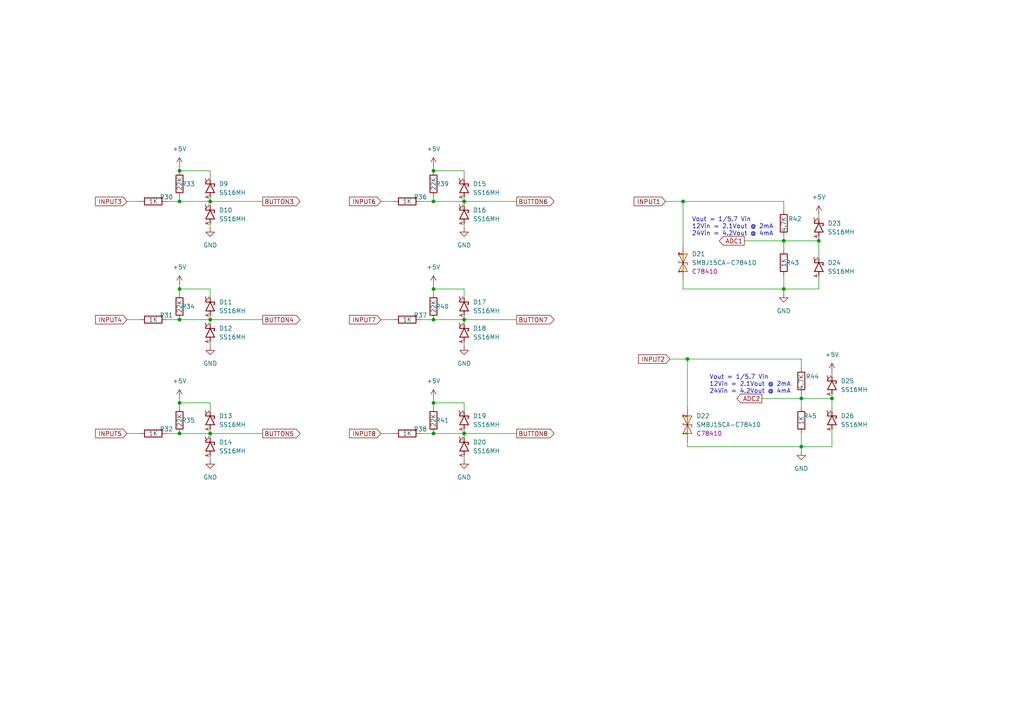
<source format=kicad_sch>
(kicad_sch (version 20211123) (generator eeschema)
  (paper "A4")
  (lib_symbols
    (symbol "Device:R" (pin_numbers hide) (pin_names (offset 0))
      (property "Reference" "R" (at 2.032 0 90))
      (property "Value" "R" (at 0 0 90))
      (symbol "R_0_1"
        (rectangle (start -1.016 -2.54) (end 1.016 2.54) (stroke (width 0.254)))
      )
      (symbol "R_1_1"
        (pin passive line (at 0 3.81 270) (length 1.27) (name "~") (number "1"))
        (pin passive line (at 0 -3.81 90) (length 1.27) (name "~") (number "2"))
      )
    )
    (symbol "Schematic:B16WS" (pin_names hide)
      (property "Reference" "D" (at 0 -1.27 0))
      (property "Value" "B16WS" (at 0 -5.08 90))
      (symbol "B16WS_0_0"
        (polyline (pts (xy -2.54 0) (xy -1.27 0)) (stroke (width 0.254)))
        (polyline (pts (xy -1.27 -1.27) (xy 1.27 0)) (stroke (width 0.254)))
        (polyline (pts (xy -1.27 0) (xy -1.27 -1.27)) (stroke (width 0.254)))
        (polyline (pts (xy -1.27 1.27) (xy -1.27 0)) (stroke (width 0.254)))
        (polyline (pts (xy 0.635 -1.016) (xy 0.635 -1.27)) (stroke (width 0.254)))
        (polyline (pts (xy 1.27 -1.27) (xy 0.635 -1.27)) (stroke (width 0.254)))
        (polyline (pts (xy 1.27 0) (xy -1.27 1.27)) (stroke (width 0.254)))
        (polyline (pts (xy 1.27 0) (xy 1.27 -1.27)) (stroke (width 0.254)))
        (polyline (pts (xy 1.27 1.27) (xy 1.27 0)) (stroke (width 0.254)))
        (polyline (pts (xy 1.905 1.27) (xy 1.27 1.27)) (stroke (width 0.254)))
        (polyline (pts (xy 1.905 1.27) (xy 1.905 1.016)) (stroke (width 0.254)))
        (polyline (pts (xy 2.54 0) (xy 1.27 0)) (stroke (width 0.254)))
        (pin passive line (at -2.54 0 0) (length 0) (name "~") (number "A"))
        (pin passive line (at 2.54 0 180) (length 0) (name "~") (number "C"))
      )
    )
    (symbol "Schematic:SMBJ15CA-C78410" (pin_names hide)
      (property "Reference" "D" (at 0 1.27 0))
      (property "Value" "SMBJ15CA-C78410" (at 0 -2.54 0))
      (property "LCSC" "C78410" (at 0 0 0))
      (symbol "SMBJ15CA-C78410_0_0"
        (polyline (pts (xy 0 -1.27) (xy -0.762 -1.27)))
        (polyline (pts (xy 0 0) (xy 0 -1.27)))
        (polyline (pts (xy 0 1.27) (xy 0 0)))
        (polyline (pts (xy 0.508 1.27) (xy 0 1.27)))
        (polyline (pts (xy -2.54 -1.27) (xy 0 0) (xy -2.54 1.27) (xy -2.54 -1.27)) (fill (type background)))
        (polyline (pts (xy 2.54 -1.27) (xy 0 0) (xy 2.54 1.27) (xy 2.54 -1.27)) (fill (type background)))
        (pin unspecified line (at -5.08 0 0) (length 5.08) (name "1") (number "1"))
        (pin unspecified line (at 5.08 0 180) (length 5.08) (name "2") (number "2"))
      )
    )
    (symbol "power:+5V" (power) (pin_names (offset 0))
      (property "Value" "+5V" (at 0 3.556 0))
      (symbol "+5V_0_1"
        (polyline (pts (xy -0.762 1.27) (xy 0 2.54)))
        (polyline (pts (xy 0 0) (xy 0 2.54)))
        (polyline (pts (xy 0 2.54) (xy 0.762 1.27)))
      )
      (symbol "+5V_1_1"
        (pin power_in line (at 0 0 90) (length 0) hide (name "+5V") (number "1"))
      )
    )
    (symbol "power:GND" (power) (pin_names (offset 0))
      (property "Value" "GND" (at 0 -3.81 0))
      (symbol "GND_0_1"
        (polyline (pts (xy 0 0) (xy 0 -1.27) (xy 1.27 -1.27) (xy 0 -2.54) (xy -1.27 -1.27) (xy 0 -1.27)))
      )
      (symbol "GND_1_1"
        (pin power_in line (at 0 0 270) (length 0) hide (name "GND") (number "1"))
      )
    )
  )
  (junction (at 60.96 125.73))
  (junction (at 125.73 83.82))
  (junction (at 227.33 83.82))
  (junction (at 241.3 115.57))
  (junction (at 125.73 92.71))
  (junction (at 232.41 129.54))
  (junction (at 227.33 69.85))
  (junction (at 198.12 58.42))
  (junction (at 60.96 58.42))
  (junction (at 52.07 58.42))
  (junction (at 237.49 69.85))
  (junction (at 125.73 125.73))
  (junction (at 52.07 116.84))
  (junction (at 52.07 92.71))
  (junction (at 52.07 83.82))
  (junction (at 125.73 58.42))
  (junction (at 134.62 125.73))
  (junction (at 134.62 92.71))
  (junction (at 232.41 115.57))
  (junction (at 199.39 104.14))
  (junction (at 134.62 58.42))
  (junction (at 125.73 49.53))
  (junction (at 60.96 92.71))
  (junction (at 52.07 125.73))
  (junction (at 125.73 116.84))
  (junction (at 52.07 49.53))
  (wire (pts (xy 232.41 129.54) (xy 232.41 130.81)))
  (wire (pts (xy 125.73 48.26) (xy 125.73 49.53)))
  (wire (pts (xy 134.62 58.42) (xy 134.62 59.69)))
  (wire (pts (xy 199.39 118.11) (xy 199.39 104.14)))
  (wire (pts (xy 52.07 57.15) (xy 52.07 58.42)))
  (wire (pts (xy 36.83 92.71) (xy 40.64 92.71)))
  (wire (pts (xy 134.62 125.73) (xy 134.62 127)))
  (wire (pts (xy 198.12 81.28) (xy 198.12 83.82)))
  (wire (pts (xy 60.96 116.84) (xy 60.96 119.38)))
  (wire (pts (xy 60.96 92.71) (xy 60.96 93.98)))
  (wire (pts (xy 121.92 125.73) (xy 125.73 125.73)))
  (wire (pts (xy 134.62 64.77) (xy 134.62 66.04)))
  (wire (pts (xy 48.26 125.73) (xy 52.07 125.73)))
  (wire (pts (xy 134.62 57.15) (xy 134.62 58.42)))
  (wire (pts (xy 134.62 132.08) (xy 134.62 133.35)))
  (wire (pts (xy 48.26 58.42) (xy 52.07 58.42)))
  (wire (pts (xy 227.33 69.85) (xy 237.49 69.85)))
  (wire (pts (xy 232.41 114.3) (xy 232.41 115.57)))
  (wire (pts (xy 125.73 83.82) (xy 125.73 85.09)))
  (wire (pts (xy 232.41 115.57) (xy 232.41 118.11)))
  (wire (pts (xy 52.07 116.84) (xy 60.96 116.84)))
  (wire (pts (xy 232.41 115.57) (xy 241.3 115.57)))
  (wire (pts (xy 232.41 104.14) (xy 232.41 106.68)))
  (wire (pts (xy 60.96 92.71) (xy 76.2 92.71)))
  (wire (pts (xy 121.92 92.71) (xy 125.73 92.71)))
  (wire (pts (xy 227.33 69.85) (xy 227.33 72.39)))
  (wire (pts (xy 125.73 92.71) (xy 134.62 92.71)))
  (wire (pts (xy 237.49 68.58) (xy 237.49 69.85)))
  (wire (pts (xy 227.33 83.82) (xy 227.33 85.09)))
  (wire (pts (xy 60.96 49.53) (xy 60.96 52.07)))
  (wire (pts (xy 125.73 83.82) (xy 134.62 83.82)))
  (wire (pts (xy 60.96 57.15) (xy 60.96 58.42)))
  (wire (pts (xy 134.62 92.71) (xy 149.86 92.71)))
  (wire (pts (xy 52.07 83.82) (xy 52.07 85.09)))
  (wire (pts (xy 60.96 58.42) (xy 60.96 59.69)))
  (wire (pts (xy 237.49 80.01) (xy 237.49 83.82)))
  (wire (pts (xy 125.73 116.84) (xy 134.62 116.84)))
  (wire (pts (xy 237.49 69.85) (xy 237.49 74.93)))
  (wire (pts (xy 125.73 125.73) (xy 134.62 125.73)))
  (wire (pts (xy 125.73 49.53) (xy 134.62 49.53)))
  (wire (pts (xy 52.07 58.42) (xy 60.96 58.42)))
  (wire (pts (xy 198.12 83.82) (xy 227.33 83.82)))
  (wire (pts (xy 134.62 92.71) (xy 134.62 93.98)))
  (wire (pts (xy 199.39 129.54) (xy 232.41 129.54)))
  (wire (pts (xy 60.96 132.08) (xy 60.96 133.35)))
  (wire (pts (xy 134.62 124.46) (xy 134.62 125.73)))
  (wire (pts (xy 110.49 125.73) (xy 114.3 125.73)))
  (wire (pts (xy 227.33 68.58) (xy 227.33 69.85)))
  (wire (pts (xy 134.62 58.42) (xy 149.86 58.42)))
  (wire (pts (xy 36.83 125.73) (xy 40.64 125.73)))
  (wire (pts (xy 52.07 83.82) (xy 60.96 83.82)))
  (wire (pts (xy 52.07 116.84) (xy 52.07 118.11)))
  (wire (pts (xy 125.73 82.55) (xy 125.73 83.82)))
  (wire (pts (xy 125.73 115.57) (xy 125.73 116.84)))
  (wire (pts (xy 198.12 58.42) (xy 227.33 58.42)))
  (wire (pts (xy 60.96 125.73) (xy 60.96 127)))
  (wire (pts (xy 110.49 92.71) (xy 114.3 92.71)))
  (wire (pts (xy 134.62 125.73) (xy 149.86 125.73)))
  (wire (pts (xy 60.96 83.82) (xy 60.96 86.36)))
  (wire (pts (xy 110.49 58.42) (xy 114.3 58.42)))
  (wire (pts (xy 198.12 71.12) (xy 198.12 58.42)))
  (wire (pts (xy 60.96 64.77) (xy 60.96 66.04)))
  (wire (pts (xy 215.9 69.85) (xy 227.33 69.85)))
  (wire (pts (xy 241.3 115.57) (xy 241.3 119.38)))
  (wire (pts (xy 241.3 109.22) (xy 241.3 107.95)))
  (wire (pts (xy 193.04 58.42) (xy 198.12 58.42)))
  (wire (pts (xy 125.73 57.15) (xy 125.73 58.42)))
  (wire (pts (xy 227.33 58.42) (xy 227.33 60.96)))
  (wire (pts (xy 199.39 104.14) (xy 232.41 104.14)))
  (wire (pts (xy 134.62 83.82) (xy 134.62 86.36)))
  (wire (pts (xy 194.31 104.14) (xy 199.39 104.14)))
  (wire (pts (xy 60.96 99.06) (xy 60.96 100.33)))
  (wire (pts (xy 241.3 114.3) (xy 241.3 115.57)))
  (wire (pts (xy 60.96 91.44) (xy 60.96 92.71)))
  (wire (pts (xy 227.33 80.01) (xy 227.33 83.82)))
  (wire (pts (xy 60.96 58.42) (xy 76.2 58.42)))
  (wire (pts (xy 52.07 49.53) (xy 60.96 49.53)))
  (wire (pts (xy 52.07 125.73) (xy 60.96 125.73)))
  (wire (pts (xy 199.39 128.27) (xy 199.39 129.54)))
  (wire (pts (xy 134.62 91.44) (xy 134.62 92.71)))
  (wire (pts (xy 60.96 125.73) (xy 76.2 125.73)))
  (wire (pts (xy 220.98 115.57) (xy 232.41 115.57)))
  (wire (pts (xy 52.07 92.71) (xy 60.96 92.71)))
  (wire (pts (xy 52.07 82.55) (xy 52.07 83.82)))
  (wire (pts (xy 232.41 125.73) (xy 232.41 129.54)))
  (wire (pts (xy 121.92 58.42) (xy 125.73 58.42)))
  (wire (pts (xy 237.49 63.5) (xy 237.49 62.23)))
  (wire (pts (xy 52.07 115.57) (xy 52.07 116.84)))
  (wire (pts (xy 125.73 116.84) (xy 125.73 118.11)))
  (wire (pts (xy 241.3 124.46) (xy 241.3 129.54)))
  (wire (pts (xy 134.62 116.84) (xy 134.62 119.38)))
  (wire (pts (xy 232.41 129.54) (xy 241.3 129.54)))
  (wire (pts (xy 134.62 99.06) (xy 134.62 100.33)))
  (wire (pts (xy 60.96 124.46) (xy 60.96 125.73)))
  (wire (pts (xy 52.07 48.26) (xy 52.07 49.53)))
  (wire (pts (xy 134.62 49.53) (xy 134.62 52.07)))
  (wire (pts (xy 36.83 58.42) (xy 40.64 58.42)))
  (wire (pts (xy 227.33 83.82) (xy 237.49 83.82)))
  (wire (pts (xy 48.26 92.71) (xy 52.07 92.71)))
  (wire (pts (xy 125.73 58.42) (xy 134.62 58.42)))
  (text "Vout = 1/5.7 Vin\n12Vin = 2.1Vout @ 2mA\n24Vin = 4.2Vout @ 4mA" (at 205.74 114.3 0) (effects (font (size 1.27 1.27)) (justify left bottom)))
  (text "Vout = 1/5.7 Vin\n12Vin = 2.1Vout @ 2mA\n24Vin = 4.2Vout @ 4mA" (at 200.66 68.58 0) (effects (font (size 1.27 1.27)) (justify left bottom)))
  (global_label "INPUT7" (shape input) (at 110.49 92.71 180) (property "Intersheet References" "${INTERSHEET_REFS}" (effects hide)))
  (global_label "INPUT2" (shape input) (at 194.31 104.14 180) (property "Intersheet References" "${INTERSHEET_REFS}" (effects hide)))
  (global_label "BUTTON7" (shape output) (at 149.86 92.71 0) (property "Intersheet References" "${INTERSHEET_REFS}" (effects hide)))
  (global_label "ADC2" (shape output) (at 220.98 115.57 180) (property "Intersheet References" "${INTERSHEET_REFS}" (effects hide)))
  (global_label "BUTTON3" (shape output) (at 76.2 58.42 0) (property "Intersheet References" "${INTERSHEET_REFS}" (effects hide)))
  (global_label "INPUT6" (shape input) (at 110.49 58.42 180) (property "Intersheet References" "${INTERSHEET_REFS}" (effects hide)))
  (global_label "BUTTON6" (shape output) (at 149.86 58.42 0) (property "Intersheet References" "${INTERSHEET_REFS}" (effects hide)))
  (global_label "ADC1" (shape output) (at 215.9 69.85 180) (property "Intersheet References" "${INTERSHEET_REFS}" (effects hide)))
  (global_label "BUTTON8" (shape output) (at 149.86 125.73 0) (property "Intersheet References" "${INTERSHEET_REFS}" (effects hide)))
  (global_label "INPUT5" (shape input) (at 36.83 125.73 180) (property "Intersheet References" "${INTERSHEET_REFS}" (effects hide)))
  (global_label "INPUT8" (shape input) (at 110.49 125.73 180) (property "Intersheet References" "${INTERSHEET_REFS}" (effects hide)))
  (global_label "BUTTON5" (shape output) (at 76.2 125.73 0) (property "Intersheet References" "${INTERSHEET_REFS}" (effects hide)))
  (global_label "INPUT1" (shape input) (at 193.04 58.42 180) (property "Intersheet References" "${INTERSHEET_REFS}" (effects hide)))
  (global_label "BUTTON4" (shape output) (at 76.2 92.71 0) (property "Intersheet References" "${INTERSHEET_REFS}" (effects hide)))
  (global_label "INPUT3" (shape input) (at 36.83 58.42 180) (property "Intersheet References" "${INTERSHEET_REFS}" (effects hide)))
  (global_label "INPUT4" (shape input) (at 36.83 92.71 180) (property "Intersheet References" "${INTERSHEET_REFS}" (effects hide)))
  (symbol (lib_id "Device:R") (at 118.11 125.73 90) (unit 1)
    (property "Reference" "R38" (at 121.92 124.46 90))
    (property "Value" "1K" (at 118.11 125.73 90))
    (property "Footprint" "Resistor_SMD:R_0805_2012Metric" (effects hide))
    (property "PN" "RMCF0805JT1K00" (effects hide))
  )
  (symbol (lib_id "Device:R") (at 44.45 58.42 90) (unit 1)
    (property "Reference" "R30" (at 48.26 57.15 90))
    (property "Value" "1K" (at 44.45 58.42 90))
    (property "Footprint" "Resistor_SMD:R_0805_2012Metric" (effects hide))
    (property "PN" "RMCF0805JT1K00" (effects hide))
  )
  (symbol (lib_id "Schematic:B16WS") (at 241.3 121.92 90) (unit 1)
    (property "Reference" "D26" (at 243.84 120.6499 90) (effects (justify right)))
    (property "Value" "SS16MH" (at 243.84 123.1899 90) (effects (justify right)))
    (property "Footprint" "Footprints:SOD-323_L1.8-W1.3-LS2.5-RD" (effects hide))
    (property "Datasheet" "https://item.szlcsc.com/295156.html" (effects hide))
    (property "LCSC" "C364278" (effects hide))
  )
  (symbol (lib_id "power:GND") (at 227.33 85.09 0) (unit 1)
    (property "Reference" "#PWR078" (effects hide))
    (property "Value" "GND" (at 227.33 90.17 0))
  )
  (symbol (lib_id "Schematic:B16WS") (at 134.62 88.9 90) (unit 1)
    (property "Reference" "D17" (at 137.16 87.6299 90) (effects (justify right)))
    (property "Value" "SS16MH" (at 137.16 90.1699 90) (effects (justify right)))
    (property "Footprint" "Footprints:SOD-323_L1.8-W1.3-LS2.5-RD" (effects hide))
    (property "Datasheet" "https://item.szlcsc.com/295156.html" (effects hide))
    (property "LCSC" "C364278" (effects hide))
  )
  (symbol (lib_id "Schematic:B16WS") (at 60.96 121.92 90) (unit 1)
    (property "Reference" "D13" (at 63.5 120.6499 90) (effects (justify right)))
    (property "Value" "SS16MH" (at 63.5 123.1899 90) (effects (justify right)))
    (property "Footprint" "Footprints:SOD-323_L1.8-W1.3-LS2.5-RD" (effects hide))
    (property "Datasheet" "https://item.szlcsc.com/295156.html" (effects hide))
    (property "LCSC" "C364278" (effects hide))
  )
  (symbol (lib_id "Schematic:B16WS") (at 60.96 129.54 90) (unit 1)
    (property "Reference" "D14" (at 63.5 128.2699 90) (effects (justify right)))
    (property "Value" "SS16MH" (at 63.5 130.8099 90) (effects (justify right)))
    (property "Footprint" "Footprints:SOD-323_L1.8-W1.3-LS2.5-RD" (effects hide))
    (property "Datasheet" "https://item.szlcsc.com/295156.html" (effects hide))
    (property "LCSC" "C364278" (effects hide))
  )
  (symbol (lib_id "Schematic:B16WS") (at 134.62 62.23 90) (unit 1)
    (property "Reference" "D16" (at 137.16 60.9599 90) (effects (justify right)))
    (property "Value" "SS16MH" (at 137.16 63.4999 90) (effects (justify right)))
    (property "Footprint" "Footprints:SOD-323_L1.8-W1.3-LS2.5-RD" (effects hide))
    (property "Datasheet" "https://item.szlcsc.com/295156.html" (effects hide))
    (property "LCSC" "C364278" (effects hide))
  )
  (symbol (lib_id "Schematic:B16WS") (at 237.49 77.47 90) (unit 1)
    (property "Reference" "D24" (at 240.03 76.1999 90) (effects (justify right)))
    (property "Value" "SS16MH" (at 240.03 78.7399 90) (effects (justify right)))
    (property "Footprint" "Footprints:SOD-323_L1.8-W1.3-LS2.5-RD" (effects hide))
    (property "Datasheet" "https://item.szlcsc.com/295156.html" (effects hide))
    (property "LCSC" "C364278" (effects hide))
  )
  (symbol (lib_id "Device:R") (at 44.45 125.73 90) (unit 1)
    (property "Reference" "R32" (at 48.26 124.46 90))
    (property "Value" "1K" (at 44.45 125.73 90))
    (property "Footprint" "Resistor_SMD:R_0805_2012Metric" (effects hide))
    (property "PN" "RMCF0805JT1K00" (effects hide))
  )
  (symbol (lib_id "Device:R") (at 227.33 76.2 180) (unit 1)
    (property "Reference" "R43" (at 229.87 76.2 0))
    (property "Value" "1K" (at 227.33 76.2 90))
    (property "Footprint" "Resistor_SMD:R_0805_2012Metric" (effects hide))
    (property "PN" "RMCF0805JT1K00" (effects hide))
  )
  (symbol (lib_id "Schematic:B16WS") (at 60.96 62.23 90) (unit 1)
    (property "Reference" "D10" (at 63.5 60.9599 90) (effects (justify right)))
    (property "Value" "SS16MH" (at 63.5 63.4999 90) (effects (justify right)))
    (property "Footprint" "Footprints:SOD-323_L1.8-W1.3-LS2.5-RD" (effects hide))
    (property "Datasheet" "https://item.szlcsc.com/295156.html" (effects hide))
    (property "LCSC" "C364278" (effects hide))
  )
  (symbol (lib_id "power:GND") (at 134.62 133.35 0) (unit 1)
    (property "Reference" "#PWR077" (effects hide))
    (property "Value" "GND" (at 134.62 138.43 0))
  )
  (symbol (lib_id "power:+5V") (at 241.3 107.95 0) (unit 1)
    (property "Reference" "#PWR081" (effects hide))
    (property "Value" "+5V" (at 241.3 102.87 0))
  )
  (symbol (lib_id "Device:R") (at 232.41 121.92 180) (unit 1)
    (property "Reference" "R45" (at 234.95 120.65 0))
    (property "Value" "1K" (at 232.41 121.92 90))
    (property "Footprint" "Resistor_SMD:R_0805_2012Metric" (effects hide))
    (property "PN" "RMCF0805JT1K00" (effects hide))
  )
  (symbol (lib_id "Device:R") (at 118.11 92.71 90) (unit 1)
    (property "Reference" "R37" (at 121.92 91.44 90))
    (property "Value" "1K" (at 118.11 92.71 90))
    (property "Footprint" "Resistor_SMD:R_0805_2012Metric" (effects hide))
    (property "PN" "RMCF0805JT1K00" (effects hide))
  )
  (symbol (lib_id "power:+5V") (at 52.07 115.57 0) (unit 1)
    (property "Reference" "#PWR068" (effects hide))
    (property "Value" "+5V" (at 52.07 110.49 0))
  )
  (symbol (lib_id "Schematic:SMBJ15CA-C78410") (at 199.39 123.19 90) (unit 1)
    (property "Reference" "D22" (at 201.93 120.6499 90) (effects (justify right)))
    (property "Value" "SMBJ15CA-C78410" (at 201.93 123.1899 90) (effects (justify right)))
    (property "Footprint" "Footprints:SMB_L4.6-W3.6-LS5.3-BI" (effects hide))
    (property "Datasheet" "https://item.szlcsc.com/301378.html" (effects hide))
    (property "LCSC" "C78410" (at 201.93 125.7299 90) (effects (justify right)))
  )
  (symbol (lib_id "power:GND") (at 60.96 100.33 0) (unit 1)
    (property "Reference" "#PWR070" (effects hide))
    (property "Value" "GND" (at 60.96 105.41 0))
  )
  (symbol (lib_id "Schematic:B16WS") (at 134.62 129.54 90) (unit 1)
    (property "Reference" "D20" (at 137.16 128.2699 90) (effects (justify right)))
    (property "Value" "SS16MH" (at 137.16 130.8099 90) (effects (justify right)))
    (property "Footprint" "Footprints:SOD-323_L1.8-W1.3-LS2.5-RD" (effects hide))
    (property "Datasheet" "https://item.szlcsc.com/295156.html" (effects hide))
    (property "LCSC" "C364278" (effects hide))
  )
  (symbol (lib_id "Schematic:B16WS") (at 60.96 88.9 90) (unit 1)
    (property "Reference" "D11" (at 63.5 87.6299 90) (effects (justify right)))
    (property "Value" "SS16MH" (at 63.5 90.1699 90) (effects (justify right)))
    (property "Footprint" "Footprints:SOD-323_L1.8-W1.3-LS2.5-RD" (effects hide))
    (property "Datasheet" "https://item.szlcsc.com/295156.html" (effects hide))
    (property "LCSC" "C364278" (effects hide))
  )
  (symbol (lib_id "Schematic:B16WS") (at 134.62 54.61 90) (unit 1)
    (property "Reference" "D15" (at 137.16 53.3399 90) (effects (justify right)))
    (property "Value" "SS16MH" (at 137.16 55.8799 90) (effects (justify right)))
    (property "Footprint" "Footprints:SOD-323_L1.8-W1.3-LS2.5-RD" (effects hide))
    (property "Datasheet" "https://item.szlcsc.com/295156.html" (effects hide))
    (property "LCSC" "C364278" (effects hide))
  )
  (symbol (lib_id "power:GND") (at 134.62 100.33 0) (unit 1)
    (property "Reference" "#PWR076" (effects hide))
    (property "Value" "GND" (at 134.62 105.41 0))
  )
  (symbol (lib_id "Device:R") (at 125.73 88.9 0) (unit 1)
    (property "Reference" "R40" (at 128.27 88.9 0))
    (property "Value" "22K" (at 125.73 88.9 90))
    (property "Footprint" "Resistor_SMD:R_0805_2012Metric" (effects hide))
    (property "PN" "RMCF0805JT22K0" (effects hide))
  )
  (symbol (lib_id "power:+5V") (at 125.73 115.57 0) (unit 1)
    (property "Reference" "#PWR074" (effects hide))
    (property "Value" "+5V" (at 125.73 110.49 0))
  )
  (symbol (lib_id "Device:R") (at 44.45 92.71 90) (unit 1)
    (property "Reference" "R31" (at 48.26 91.44 90))
    (property "Value" "1K" (at 44.45 92.71 90))
    (property "Footprint" "Resistor_SMD:R_0805_2012Metric" (effects hide))
    (property "PN" "RMCF0805JT1K00" (effects hide))
  )
  (symbol (lib_id "power:+5V") (at 237.49 62.23 0) (unit 1)
    (property "Reference" "#PWR080" (effects hide))
    (property "Value" "+5V" (at 237.49 57.15 0))
  )
  (symbol (lib_id "Schematic:B16WS") (at 60.96 54.61 90) (unit 1)
    (property "Reference" "D9" (at 63.5 53.3399 90) (effects (justify right)))
    (property "Value" "SS16MH" (at 63.5 55.8799 90) (effects (justify right)))
    (property "Footprint" "Footprints:SOD-323_L1.8-W1.3-LS2.5-RD" (effects hide))
    (property "Datasheet" "https://item.szlcsc.com/295156.html" (effects hide))
    (property "LCSC" "C364278" (effects hide))
  )
  (symbol (lib_id "Device:R") (at 232.41 110.49 0) (unit 1)
    (property "Reference" "R44" (at 233.68 109.22 0) (effects (justify left)))
    (property "Value" "4.7K" (at 232.41 113.03 90) (effects (justify left)))
    (property "Footprint" "Resistor_SMD:R_0805_2012Metric" (effects hide))
    (property "PN" "RMCF0805JT4K70" (effects hide))
  )
  (symbol (lib_id "Schematic:B16WS") (at 237.49 66.04 90) (unit 1)
    (property "Reference" "D23" (at 240.03 64.7699 90) (effects (justify right)))
    (property "Value" "SS16MH" (at 240.03 67.3099 90) (effects (justify right)))
    (property "Footprint" "Footprints:SOD-323_L1.8-W1.3-LS2.5-RD" (effects hide))
    (property "Datasheet" "https://item.szlcsc.com/295156.html" (effects hide))
    (property "LCSC" "C364278" (effects hide))
  )
  (symbol (lib_id "Device:R") (at 125.73 53.34 0) (unit 1)
    (property "Reference" "R39" (at 128.27 53.34 0))
    (property "Value" "22K" (at 125.73 53.34 90))
    (property "Footprint" "Resistor_SMD:R_0805_2012Metric" (effects hide))
    (property "PN" "RMCF0805JT22K0" (effects hide))
  )
  (symbol (lib_id "Device:R") (at 52.07 88.9 0) (unit 1)
    (property "Reference" "R34" (at 54.61 88.9 0))
    (property "Value" "22K" (at 52.07 88.9 90))
    (property "Footprint" "Resistor_SMD:R_0805_2012Metric" (effects hide))
    (property "PN" "RMCF0805JT22K0" (effects hide))
  )
  (symbol (lib_id "power:+5V") (at 52.07 82.55 0) (unit 1)
    (property "Reference" "#PWR067" (effects hide))
    (property "Value" "+5V" (at 52.07 77.47 0))
  )
  (symbol (lib_id "Schematic:SMBJ15CA-C78410") (at 198.12 76.2 90) (unit 1)
    (property "Reference" "D21" (at 200.66 73.6599 90) (effects (justify right)))
    (property "Value" "SMBJ15CA-C78410" (at 200.66 76.1999 90) (effects (justify right)))
    (property "Footprint" "Footprints:SMB_L4.6-W3.6-LS5.3-BI" (effects hide))
    (property "Datasheet" "https://item.szlcsc.com/301378.html" (effects hide))
    (property "LCSC" "C78410" (at 200.66 78.7399 90) (effects (justify right)))
  )
  (symbol (lib_id "Device:R") (at 52.07 53.34 0) (unit 1)
    (property "Reference" "R33" (at 54.61 53.34 0))
    (property "Value" "22K" (at 52.07 53.34 90))
    (property "Footprint" "Resistor_SMD:R_0805_2012Metric" (effects hide))
    (property "PN" "RMCF0805JT22K0" (effects hide))
  )
  (symbol (lib_id "Device:R") (at 227.33 64.77 0) (unit 1)
    (property "Reference" "R42" (at 228.6 63.5 0) (effects (justify left)))
    (property "Value" "4.7K" (at 227.33 67.31 90) (effects (justify left)))
    (property "Footprint" "Resistor_SMD:R_0805_2012Metric" (effects hide))
    (property "PN" "RMCF0805JT4K70" (effects hide))
  )
  (symbol (lib_id "power:GND") (at 232.41 130.81 0) (unit 1)
    (property "Reference" "#PWR079" (effects hide))
    (property "Value" "GND" (at 232.41 135.89 0))
  )
  (symbol (lib_id "power:GND") (at 134.62 66.04 0) (unit 1)
    (property "Reference" "#PWR075" (effects hide))
    (property "Value" "GND" (at 134.62 71.12 0))
  )
  (symbol (lib_id "Schematic:B16WS") (at 241.3 111.76 90) (unit 1)
    (property "Reference" "D25" (at 243.84 110.4899 90) (effects (justify right)))
    (property "Value" "SS16MH" (at 243.84 113.0299 90) (effects (justify right)))
    (property "Footprint" "Footprints:SOD-323_L1.8-W1.3-LS2.5-RD" (effects hide))
    (property "Datasheet" "https://item.szlcsc.com/295156.html" (effects hide))
    (property "LCSC" "C364278" (effects hide))
  )
  (symbol (lib_id "power:GND") (at 60.96 66.04 0) (unit 1)
    (property "Reference" "#PWR069" (effects hide))
    (property "Value" "GND" (at 60.96 71.12 0))
  )
  (symbol (lib_id "power:+5V") (at 125.73 82.55 0) (unit 1)
    (property "Reference" "#PWR073" (effects hide))
    (property "Value" "+5V" (at 125.73 77.47 0))
  )
  (symbol (lib_id "Device:R") (at 52.07 121.92 0) (unit 1)
    (property "Reference" "R35" (at 54.61 121.92 0))
    (property "Value" "22K" (at 52.07 121.92 90))
    (property "Footprint" "Resistor_SMD:R_0805_2012Metric" (effects hide))
    (property "PN" "RMCF0805JT22K0" (effects hide))
  )
  (symbol (lib_id "Schematic:B16WS") (at 134.62 96.52 90) (unit 1)
    (property "Reference" "D18" (at 137.16 95.2499 90) (effects (justify right)))
    (property "Value" "SS16MH" (at 137.16 97.7899 90) (effects (justify right)))
    (property "Footprint" "Footprints:SOD-323_L1.8-W1.3-LS2.5-RD" (effects hide))
    (property "Datasheet" "https://item.szlcsc.com/295156.html" (effects hide))
    (property "LCSC" "C364278" (effects hide))
  )
  (symbol (lib_id "Schematic:B16WS") (at 134.62 121.92 90) (unit 1)
    (property "Reference" "D19" (at 137.16 120.6499 90) (effects (justify right)))
    (property "Value" "SS16MH" (at 137.16 123.1899 90) (effects (justify right)))
    (property "Footprint" "Footprints:SOD-323_L1.8-W1.3-LS2.5-RD" (effects hide))
    (property "Datasheet" "https://item.szlcsc.com/295156.html" (effects hide))
    (property "LCSC" "C364278" (effects hide))
  )
  (symbol (lib_id "power:GND") (at 60.96 133.35 0) (unit 1)
    (property "Reference" "#PWR071" (effects hide))
    (property "Value" "GND" (at 60.96 138.43 0))
  )
  (symbol (lib_id "power:+5V") (at 52.07 48.26 0) (unit 1)
    (property "Reference" "#PWR066" (effects hide))
    (property "Value" "+5V" (at 52.07 43.18 0))
  )
  (symbol (lib_id "power:+5V") (at 125.73 48.26 0) (unit 1)
    (property "Reference" "#PWR072" (effects hide))
    (property "Value" "+5V" (at 125.73 43.18 0))
  )
  (symbol (lib_id "Device:R") (at 125.73 121.92 0) (unit 1)
    (property "Reference" "R41" (at 128.27 121.92 0))
    (property "Value" "22K" (at 125.73 121.92 90))
    (property "Footprint" "Resistor_SMD:R_0805_2012Metric" (effects hide))
    (property "PN" "RMCF0805JT22K0" (effects hide))
  )
  (symbol (lib_id "Schematic:B16WS") (at 60.96 96.52 90) (unit 1)
    (property "Reference" "D12" (at 63.5 95.2499 90) (effects (justify right)))
    (property "Value" "SS16MH" (at 63.5 97.7899 90) (effects (justify right)))
    (property "Footprint" "Footprints:SOD-323_L1.8-W1.3-LS2.5-RD" (effects hide))
    (property "Datasheet" "https://item.szlcsc.com/295156.html" (effects hide))
    (property "LCSC" "C364278" (effects hide))
  )
  (symbol (lib_id "Device:R") (at 118.11 58.42 90) (unit 1)
    (property "Reference" "R36" (at 121.92 57.15 90))
    (property "Value" "1K" (at 118.11 58.42 90))
    (property "Footprint" "Resistor_SMD:R_0805_2012Metric" (effects hide))
    (property "PN" "RMCF0805JT1K00" (effects hide))
  )
)
</source>
